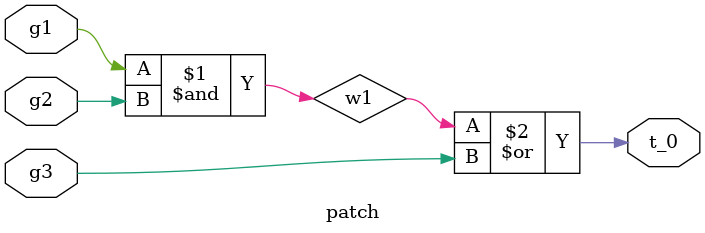
<source format=v>
module patch (t_0, g1, g2, g3);
input g1, g2, g3;
output t_0;
wire w1;

and ( w1 , g1 , g2 );
or ( t_0 , w1 , g3 );

endmodule

</source>
